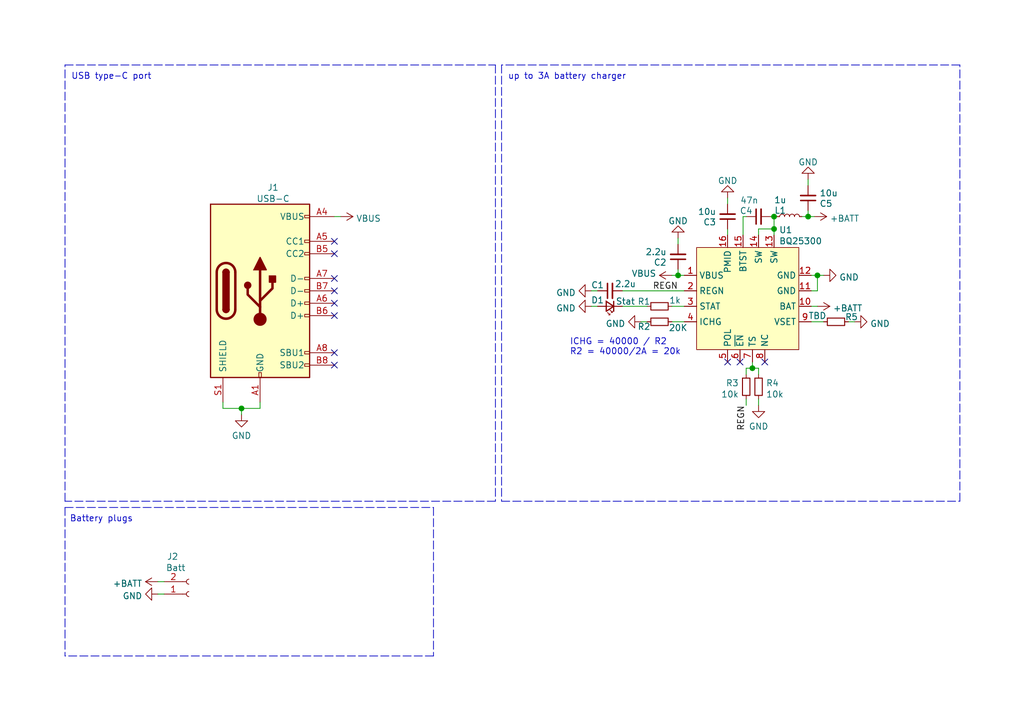
<source format=kicad_sch>
(kicad_sch (version 20210126) (generator eeschema)
  (paper "A5")
  (title_block (title "Battery charger circuit") (date "2021-04-01") (rev "0.1"))
  (lib_symbols
    (symbol "Connector:Conn_01x02_Female" (pin_names (offset 1.016) hide)
      (property "Reference" "J" (at 0 2.54 0))
      (property "Value" "Conn_01x02_Female" (at 0 -5.08 0))
      (symbol "Conn_01x02_Female_1_1"
        (arc (start 0 -2.032) (end 0 -3.048) (radius (at 0 -2.54) (length 0.508) (angles 90.1 -90.1)) (stroke (width 0.1524)))
        (arc (start 0 0.508) (end 0 -0.508) (radius (at 0 0) (length 0.508) (angles 90.1 -90.1)) (stroke (width 0.1524)))
        (polyline (pts (xy -1.27 -2.54) (xy -0.508 -2.54)) (stroke (width 0.1524)))
        (polyline (pts (xy -1.27 0) (xy -0.508 0)) (stroke (width 0.1524)))
        (pin passive line (at -5.08 0 0) (length 3.81) (name "Pin_1") (number "1"))
        (pin passive line (at -5.08 -2.54 0) (length 3.81) (name "Pin_2") (number "2"))
      )
    )
    (symbol "Connector:USB_C_Receptacle_USB2.0" (pin_names (offset 1.016))
      (property "Reference" "J" (at -10.16 19.05 0))
      (property "Value" "USB_C_Receptacle_USB2.0" (at 19.05 19.05 0))
      (symbol "USB_C_Receptacle_USB2.0_0_0"
        (rectangle (start -0.254 -17.78) (end 0.254 -16.764))
        (rectangle (start 10.16 -14.986) (end 9.144 -15.494))
        (rectangle (start 10.16 -12.446) (end 9.144 -12.954))
        (rectangle (start 10.16 -4.826) (end 9.144 -5.334))
        (rectangle (start 10.16 -2.286) (end 9.144 -2.794))
        (rectangle (start 10.16 0.254) (end 9.144 -0.254))
        (rectangle (start 10.16 2.794) (end 9.144 2.286))
        (rectangle (start 10.16 7.874) (end 9.144 7.366))
        (rectangle (start 10.16 10.414) (end 9.144 9.906))
        (rectangle (start 10.16 15.494) (end 9.144 14.986))
      )
      (symbol "USB_C_Receptacle_USB2.0_0_1"
        (arc (start -8.89 -3.81) (end -5.08 -3.81) (radius (at -6.985 -3.81) (length 1.905) (angles -179.9 -0.1)) (stroke (width 0.508)))
        (arc (start -7.62 -3.81) (end -6.35 -3.81) (radius (at -6.985 -3.81) (length 0.635) (angles -179.9 -0.1)) (stroke (width 0.254)))
        (arc (start -6.35 3.81) (end -7.62 3.81) (radius (at -6.985 3.81) (length 0.635) (angles 0.1 179.9)) (stroke (width 0.254)))
        (arc (start -5.08 3.81) (end -8.89 3.81) (radius (at -6.985 3.81) (length 1.905) (angles 0.1 179.9)) (stroke (width 0.508)))
        (arc (start -7.62 -3.81) (end -6.35 -3.81) (radius (at -6.985 -3.81) (length 0.635) (angles -179.9 -0.1)) (stroke (width 0.254)) (fill (type outline)))
        (arc (start -6.35 3.81) (end -7.62 3.81) (radius (at -6.985 3.81) (length 0.635) (angles 0.1 179.9)) (stroke (width 0.254)) (fill (type outline)))
        (circle (center -2.54 1.143) (radius 0.635) (stroke (width 0.254)) (fill (type outline)))
        (circle (center 0 -5.842) (radius 1.27) (fill (type outline)))
        (rectangle (start -7.62 -3.81) (end -6.35 3.81) (stroke (width 0.254)) (fill (type outline)))
        (rectangle (start 1.905 1.778) (end 3.175 3.048) (stroke (width 0.254)) (fill (type outline)))
        (rectangle (start -10.16 17.78) (end 10.16 -17.78) (stroke (width 0.254)) (fill (type background)))
        (polyline (pts (xy -8.89 -3.81) (xy -8.89 3.81)) (stroke (width 0.508)))
        (polyline (pts (xy -5.08 3.81) (xy -5.08 -3.81)) (stroke (width 0.508)))
        (polyline (pts (xy 0 -5.842) (xy 0 4.318)) (stroke (width 0.508)))
        (polyline (pts (xy 0 -3.302) (xy -2.54 -0.762) (xy -2.54 0.508)) (stroke (width 0.508)))
        (polyline (pts (xy 0 -2.032) (xy 2.54 0.508) (xy 2.54 1.778)) (stroke (width 0.508)))
        (polyline (pts (xy -1.27 4.318) (xy 0 6.858) (xy 1.27 4.318) (xy -1.27 4.318)) (stroke (width 0.254)) (fill (type outline)))
      )
      (symbol "USB_C_Receptacle_USB2.0_1_1"
        (pin passive line (at 0 -22.86 90) (length 5.08) (name "GND") (number "A1"))
        (pin passive line (at 0 -22.86 90) (length 5.08) hide (name "GND") (number "A12"))
        (pin passive line (at 15.24 15.24 180) (length 5.08) (name "VBUS") (number "A4"))
        (pin bidirectional line (at 15.24 10.16 180) (length 5.08) (name "CC1") (number "A5"))
        (pin bidirectional line (at 15.24 -2.54 180) (length 5.08) (name "D+") (number "A6"))
        (pin bidirectional line (at 15.24 2.54 180) (length 5.08) (name "D-") (number "A7"))
        (pin bidirectional line (at 15.24 -12.7 180) (length 5.08) (name "SBU1") (number "A8"))
        (pin passive line (at 15.24 15.24 180) (length 5.08) hide (name "VBUS") (number "A9"))
        (pin passive line (at 0 -22.86 90) (length 5.08) hide (name "GND") (number "B1"))
        (pin passive line (at 0 -22.86 90) (length 5.08) hide (name "GND") (number "B12"))
        (pin passive line (at 15.24 15.24 180) (length 5.08) hide (name "VBUS") (number "B4"))
        (pin bidirectional line (at 15.24 7.62 180) (length 5.08) (name "CC2") (number "B5"))
        (pin bidirectional line (at 15.24 -5.08 180) (length 5.08) (name "D+") (number "B6"))
        (pin bidirectional line (at 15.24 0 180) (length 5.08) (name "D-") (number "B7"))
        (pin bidirectional line (at 15.24 -15.24 180) (length 5.08) (name "SBU2") (number "B8"))
        (pin passive line (at 15.24 15.24 180) (length 5.08) hide (name "VBUS") (number "B9"))
        (pin passive line (at -7.62 -22.86 90) (length 5.08) (name "SHIELD") (number "S1"))
      )
    )
    (symbol "Custom:BQ25300"
      (property "Reference" "U" (at 6.985 18.415 0))
      (property "Value" "BQ25300" (at 10.795 16.51 0))
      (symbol "BQ25300_0_1"
        (rectangle (start -10.795 15.24) (end 10.16 -5.715) (stroke (width 0.1524)) (fill (type background)))
      )
      (symbol "BQ25300_1_1"
        (pin power_in line (at -13.335 9.525 0) (length 2.54) (name "VBUS") (number "1"))
        (pin input line (at 12.7 3.175 180) (length 2.54) (name "BAT") (number "10"))
        (pin power_out line (at 12.7 6.35 180) (length 2.54) (name "GND") (number "11"))
        (pin power_out line (at 12.7 9.525 180) (length 2.54) (name "GND") (number "12"))
        (pin power_out line (at 5.08 17.78 270) (length 2.54) (name "SW") (number "13"))
        (pin power_out line (at 1.905 17.78 270) (length 2.54) (name "SW") (number "14"))
        (pin input line (at -1.27 17.78 270) (length 2.54) (name "BTST") (number "15"))
        (pin input line (at -4.445 17.78 270) (length 2.54) (name "PMID") (number "16"))
        (pin power_out line (at 12.7 6.35 180) (length 2.54) hide (name "Thermal_Pad") (number "17"))
        (pin input line (at -13.335 6.35 0) (length 2.54) (name "REGN") (number "2"))
        (pin input line (at -13.335 3.175 0) (length 2.54) (name "STAT") (number "3"))
        (pin input line (at -13.335 0 0) (length 2.54) (name "ICHG") (number "4"))
        (pin input line (at -4.445 -8.255 90) (length 2.54) (name "POL") (number "5"))
        (pin input line (at -1.905 -8.255 90) (length 2.54) (name "~EN") (number "6"))
        (pin input line (at 0.635 -8.255 90) (length 2.54) (name "TS") (number "7"))
        (pin input line (at 3.175 -8.255 90) (length 2.54) (name "NC") (number "8"))
        (pin input line (at 12.7 0 180) (length 2.54) (name "VSET") (number "9"))
      )
    )
    (symbol "Device:C_Small" (pin_numbers hide) (pin_names (offset 0.254) hide)
      (property "Reference" "C" (at 0.254 1.778 0))
      (property "Value" "C_Small" (at 0.254 -2.032 0))
      (symbol "C_Small_0_1"
        (polyline (pts (xy -1.524 -0.508) (xy 1.524 -0.508)) (stroke (width 0.3302)))
        (polyline (pts (xy -1.524 0.508) (xy 1.524 0.508)) (stroke (width 0.3048)))
      )
      (symbol "C_Small_1_1"
        (pin passive line (at 0 2.54 270) (length 2.032) (name "~") (number "1"))
        (pin passive line (at 0 -2.54 90) (length 2.032) (name "~") (number "2"))
      )
    )
    (symbol "Device:LED_Small" (pin_numbers hide) (pin_names (offset 0.254) hide)
      (property "Reference" "D" (at -1.27 3.175 0))
      (property "Value" "LED_Small" (at -4.445 -2.54 0))
      (symbol "LED_Small_0_1"
        (polyline (pts (xy -0.762 -1.016) (xy -0.762 1.016)) (stroke (width 0.254)))
        (polyline (pts (xy 1.016 0) (xy -0.762 0)))
        (polyline (pts (xy 0.762 -1.016) (xy -0.762 0) (xy 0.762 1.016) (xy 0.762 -1.016)) (stroke (width 0.254)))
        (polyline (pts (xy 0 0.762) (xy -0.508 1.27) (xy -0.254 1.27) (xy -0.508 1.27) (xy -0.508 1.016)))
        (polyline (pts (xy 0.508 1.27) (xy 0 1.778) (xy 0.254 1.778) (xy 0 1.778) (xy 0 1.524)))
      )
      (symbol "LED_Small_1_1"
        (pin passive line (at -2.54 0 0) (length 1.778) (name "K") (number "1"))
        (pin passive line (at 2.54 0 180) (length 1.778) (name "A") (number "2"))
      )
    )
    (symbol "Device:L_Small" (pin_numbers hide) (pin_names (offset 0.254) hide)
      (property "Reference" "L" (at 0.762 1.016 0))
      (property "Value" "L_Small" (at 0.762 -1.016 0))
      (symbol "L_Small_0_1"
        (arc (start 0 -2.032) (end 0 -1.016) (radius (at 0 -1.524) (length 0.508) (angles -89.9 89.9)))
        (arc (start 0 -1.016) (end 0 0) (radius (at 0 -0.508) (length 0.508) (angles -89.9 89.9)))
        (arc (start 0 0) (end 0 1.016) (radius (at 0 0.508) (length 0.508) (angles -89.9 89.9)))
        (arc (start 0 1.016) (end 0 2.032) (radius (at 0 1.524) (length 0.508) (angles -89.9 89.9)))
      )
      (symbol "L_Small_1_1"
        (pin passive line (at 0 2.54 270) (length 0.508) (name "~") (number "1"))
        (pin passive line (at 0 -2.54 90) (length 0.508) (name "~") (number "2"))
      )
    )
    (symbol "Device:R_Small" (pin_numbers hide) (pin_names (offset 0.254) hide)
      (property "Reference" "R" (at 0.762 0.508 0))
      (property "Value" "R_Small" (at 0.762 -1.016 0))
      (symbol "R_Small_0_1"
        (rectangle (start -0.762 1.778) (end 0.762 -1.778) (stroke (width 0.2032)))
      )
      (symbol "R_Small_1_1"
        (pin passive line (at 0 2.54 270) (length 0.762) (name "~") (number "1"))
        (pin passive line (at 0 -2.54 90) (length 0.762) (name "~") (number "2"))
      )
    )
    (symbol "power:+BATT" (power) (pin_names (offset 0))
      (property "Value" "+BATT" (at 0 3.556 0))
      (symbol "+BATT_0_1"
        (polyline (pts (xy -0.762 1.27) (xy 0 2.54)))
        (polyline (pts (xy 0 0) (xy 0 2.54)))
        (polyline (pts (xy 0 2.54) (xy 0.762 1.27)))
      )
      (symbol "+BATT_1_1"
        (pin power_in line (at 0 0 90) (length 0) hide (name "+BATT") (number "1"))
      )
    )
    (symbol "power:GND" (power) (pin_names (offset 0))
      (property "Value" "GND" (at 0 -3.81 0))
      (symbol "GND_0_1"
        (polyline (pts (xy 0 0) (xy 0 -1.27) (xy 1.27 -1.27) (xy 0 -2.54) (xy -1.27 -1.27) (xy 0 -1.27)))
      )
      (symbol "GND_1_1"
        (pin power_in line (at 0 0 270) (length 0) hide (name "GND") (number "1"))
      )
    )
    (symbol "power:VBUS" (power) (pin_names (offset 0))
      (property "Value" "VBUS" (at 0 3.81 0))
      (symbol "VBUS_0_1"
        (polyline (pts (xy -0.762 1.27) (xy 0 2.54)))
        (polyline (pts (xy 0 0) (xy 0 2.54)))
        (polyline (pts (xy 0 2.54) (xy 0.762 1.27)))
      )
      (symbol "VBUS_1_1"
        (pin power_in line (at 0 0 90) (length 0) hide (name "VBUS") (number "1"))
      )
    )
  )
  (junction (at 49.53 83.82) (diameter 1.016))
  (junction (at 139.065 56.515) (diameter 1.016))
  (junction (at 154.305 75.565) (diameter 1.016))
  (junction (at 158.75 44.45) (diameter 1.016))
  (junction (at 158.75 46.99) (diameter 1.016))
  (junction (at 165.735 44.45) (diameter 1.016))
  (junction (at 167.64 56.515) (diameter 1.016))
  (no_connect (at 68.58 49.53))
  (no_connect (at 68.58 52.07))
  (no_connect (at 68.58 57.15))
  (no_connect (at 68.58 59.69))
  (no_connect (at 68.58 62.23))
  (no_connect (at 68.58 64.77))
  (no_connect (at 68.58 72.39))
  (no_connect (at 68.58 74.93))
  (no_connect (at 149.225 74.295))
  (no_connect (at 151.765 74.295))
  (no_connect (at 156.845 74.295))
  (wire (pts (xy 32.385 119.38) (xy 33.655 119.38)))
  (wire (pts (xy 32.385 121.92) (xy 33.655 121.92)))
  (wire (pts (xy 45.72 82.55) (xy 45.72 83.82)))
  (wire (pts (xy 45.72 83.82) (xy 49.53 83.82)))
  (wire (pts (xy 49.53 83.82) (xy 49.53 85.09)))
  (wire (pts (xy 49.53 83.82) (xy 53.34 83.82)))
  (wire (pts (xy 53.34 83.82) (xy 53.34 82.55)))
  (wire (pts (xy 68.58 44.45) (xy 69.85 44.45)))
  (wire (pts (xy 121.285 59.69) (xy 122.555 59.69)))
  (wire (pts (xy 121.285 62.865) (xy 122.555 62.865)))
  (wire (pts (xy 127.635 59.69) (xy 140.335 59.69)))
  (wire (pts (xy 127.635 62.865) (xy 132.715 62.865)))
  (wire (pts (xy 131.445 66.04) (xy 132.715 66.04)))
  (wire (pts (xy 137.795 56.515) (xy 139.065 56.515)))
  (wire (pts (xy 137.795 62.865) (xy 140.335 62.865)))
  (wire (pts (xy 137.795 66.04) (xy 140.335 66.04)))
  (wire (pts (xy 139.065 48.895) (xy 139.065 50.165)))
  (wire (pts (xy 139.065 55.245) (xy 139.065 56.515)))
  (wire (pts (xy 139.065 56.515) (xy 140.335 56.515)))
  (wire (pts (xy 149.225 40.64) (xy 149.225 41.91)))
  (wire (pts (xy 149.225 46.99) (xy 149.225 48.26)))
  (wire (pts (xy 152.4 44.45) (xy 153.035 44.45)))
  (wire (pts (xy 152.4 48.26) (xy 152.4 44.45)))
  (wire (pts (xy 153.035 75.565) (xy 154.305 75.565)))
  (wire (pts (xy 153.035 76.835) (xy 153.035 75.565)))
  (wire (pts (xy 153.035 81.915) (xy 153.035 83.185)))
  (wire (pts (xy 154.305 75.565) (xy 154.305 74.295)))
  (wire (pts (xy 154.305 75.565) (xy 155.575 75.565)))
  (wire (pts (xy 155.575 46.99) (xy 155.575 48.26)))
  (wire (pts (xy 155.575 75.565) (xy 155.575 76.835)))
  (wire (pts (xy 155.575 81.915) (xy 155.575 83.185)))
  (wire (pts (xy 158.115 44.45) (xy 158.75 44.45)))
  (wire (pts (xy 158.75 44.45) (xy 158.75 46.99)))
  (wire (pts (xy 158.75 44.45) (xy 159.385 44.45)))
  (wire (pts (xy 158.75 46.99) (xy 155.575 46.99)))
  (wire (pts (xy 158.75 48.26) (xy 158.75 46.99)))
  (wire (pts (xy 164.465 44.45) (xy 165.735 44.45)))
  (wire (pts (xy 165.735 36.83) (xy 165.735 38.1)))
  (wire (pts (xy 165.735 44.45) (xy 165.735 43.18)))
  (wire (pts (xy 165.735 44.45) (xy 167.005 44.45)))
  (wire (pts (xy 166.37 56.515) (xy 167.64 56.515)))
  (wire (pts (xy 166.37 59.69) (xy 167.64 59.69)))
  (wire (pts (xy 166.37 62.865) (xy 167.64 62.865)))
  (wire (pts (xy 166.37 66.04) (xy 168.91 66.04)))
  (wire (pts (xy 167.64 56.515) (xy 168.91 56.515)))
  (wire (pts (xy 167.64 59.69) (xy 167.64 56.515)))
  (wire (pts (xy 173.99 66.04) (xy 175.26 66.04)))
  (polyline (pts (xy 13.335 13.335) (xy 101.6 13.335)) (stroke (width 0) (type dash)))
  (polyline (pts (xy 13.335 102.87) (xy 13.335 13.335)) (stroke (width 0) (type dash)))
  (polyline (pts (xy 13.335 104.14) (xy 13.335 134.62)) (stroke (width 0) (type dash)))
  (polyline (pts (xy 13.335 104.14) (xy 88.9 104.14)) (stroke (width 0) (type dash)))
  (polyline (pts (xy 88.9 104.14) (xy 88.9 134.62)) (stroke (width 0) (type dash)))
  (polyline (pts (xy 88.9 134.62) (xy 13.335 134.62)) (stroke (width 0) (type dash)))
  (polyline (pts (xy 101.6 13.335) (xy 101.6 102.87)) (stroke (width 0) (type dash)))
  (polyline (pts (xy 101.6 102.87) (xy 13.335 102.87)) (stroke (width 0) (type dash)))
  (polyline (pts (xy 102.87 13.335) (xy 102.87 102.87)) (stroke (width 0) (type dash)))
  (polyline (pts (xy 102.87 102.87) (xy 196.85 102.87)) (stroke (width 0) (type dash)))
  (polyline (pts (xy 196.85 13.335) (xy 102.87 13.335)) (stroke (width 0) (type dash)))
  (polyline (pts (xy 196.85 102.87) (xy 196.85 13.335)) (stroke (width 0) (type dash)))
  (text "Battery plugs" (at 27.305 107.315 180) (effects (font (size 1.27 1.27)) (justify right bottom)))
  (text "USB type-C port" (at 31.115 16.51 180) (effects (font (size 1.27 1.27)) (justify right bottom)))
  (text "up to 3A battery charger" (at 104.14 16.51 0) (effects (font (size 1.27 1.27)) (justify left bottom)))
  (text "ICHG = 40000 / R2 \nR2 = 40000/2A = 20k" (at 116.84 73.025 0) (effects (font (size 1.27 1.27)) (justify left bottom)))
  (label "REGN" (at 139.065 59.69 180))
  (label "REGN" (at 153.035 83.185 270))
  (symbol (lib_id "power:+BATT") (at 32.385 119.38 90) (unit 1)
    (property "Reference" "#PWR0123" (effects hide))
    (property "Value" "+BATT" (at 29.2099 119.7685 90) (effects (justify left)))
  )
  (symbol (lib_id "power:VBUS") (at 69.85 44.45 270) (unit 1)
    (property "Reference" "#PWR0105" (effects hide))
    (property "Value" "VBUS" (at 73.0251 44.8385 90) (effects (justify left)))
  )
  (symbol (lib_id "power:VBUS") (at 137.795 56.515 90) (mirror x) (unit 1)
    (property "Reference" "#PWR0109" (effects hide))
    (property "Value" "VBUS" (at 134.6199 56.1265 90) (effects (justify left)))
  )
  (symbol (lib_id "power:+BATT") (at 167.005 44.45 270) (unit 1)
    (property "Reference" "#PWR0122" (effects hide))
    (property "Value" "+BATT" (at 170.1801 44.8385 90) (effects (justify left)))
  )
  (symbol (lib_id "power:+BATT") (at 167.64 62.865 270) (unit 1)
    (property "Reference" "#PWR0121" (effects hide))
    (property "Value" "+BATT" (at 170.8151 63.2535 90) (effects (justify left)))
  )
  (symbol (lib_id "Device:L_Small") (at 161.925 44.45 90) (unit 1)
    (property "Reference" "L1" (at 160.02 43.1758 90))
    (property "Value" "1u" (at 160.02 41.0295 90))
    (property "Footprint" "Inductor_SMD:L_Abracon_ASPI-0630LR" (effects hide))
    (property "LCSC Part" "C112125" (effects hide))
  )
  (symbol (lib_id "power:GND") (at 32.385 121.92 270) (unit 1)
    (property "Reference" "#PWR0103" (effects hide))
    (property "Value" "GND" (at 29.21 122.3085 90) (effects (justify right)))
  )
  (symbol (lib_id "power:GND") (at 49.53 85.09 0) (unit 1)
    (property "Reference" "#PWR0104" (effects hide))
    (property "Value" "GND" (at 49.53 89.4144 0))
  )
  (symbol (lib_id "power:GND") (at 121.285 59.69 270) (unit 1)
    (property "Reference" "#PWR0107" (effects hide))
    (property "Value" "GND" (at 118.11 60.0785 90) (effects (justify right)))
  )
  (symbol (lib_id "power:GND") (at 121.285 62.865 270) (unit 1)
    (property "Reference" "#PWR0106" (effects hide))
    (property "Value" "GND" (at 118.11 63.2535 90) (effects (justify right)))
  )
  (symbol (lib_id "power:GND") (at 131.445 66.04 270) (unit 1)
    (property "Reference" "#PWR0108" (effects hide))
    (property "Value" "GND" (at 128.27 66.4285 90) (effects (justify right)))
  )
  (symbol (lib_id "power:GND") (at 139.065 48.895 180) (unit 1)
    (property "Reference" "#PWR0110" (effects hide))
    (property "Value" "GND" (at 139.065 45.3476 0))
  )
  (symbol (lib_id "power:GND") (at 149.225 40.64 180) (unit 1)
    (property "Reference" "#PWR0111" (effects hide))
    (property "Value" "GND" (at 149.225 37.0926 0))
  )
  (symbol (lib_id "power:GND") (at 155.575 83.185 0) (unit 1)
    (property "Reference" "#PWR0101" (effects hide))
    (property "Value" "GND" (at 155.575 87.5094 0))
  )
  (symbol (lib_id "power:GND") (at 165.735 36.83 180) (unit 1)
    (property "Reference" "#PWR0113" (effects hide))
    (property "Value" "GND" (at 165.735 33.2826 0))
  )
  (symbol (lib_id "power:GND") (at 168.91 56.515 90) (unit 1)
    (property "Reference" "#PWR0112" (effects hide))
    (property "Value" "GND" (at 172.0851 56.9035 90) (effects (justify right)))
  )
  (symbol (lib_id "power:GND") (at 175.26 66.04 90) (unit 1)
    (property "Reference" "#PWR0102" (effects hide))
    (property "Value" "GND" (at 178.4351 66.4285 90) (effects (justify right)))
  )
  (symbol (lib_id "Device:R_Small") (at 135.255 62.865 90) (unit 1)
    (property "Reference" "R1" (at 132.08 61.8702 90))
    (property "Value" "1k" (at 138.43 61.6289 90))
    (property "Footprint" "Resistor_SMD:R_0603_1608Metric" (effects hide))
    (property "LCSC Part" "C21190" (effects hide))
  )
  (symbol (lib_id "Device:R_Small") (at 135.255 66.04 90) (mirror x) (unit 1)
    (property "Reference" "R2" (at 132.08 67.0348 90))
    (property "Value" "20K" (at 139.065 67.2761 90))
    (property "Footprint" "Resistor_SMD:R_0603_1608Metric" (effects hide))
    (property "LCSC Part" "C4184" (effects hide))
  )
  (symbol (lib_id "Device:R_Small") (at 153.035 79.375 0) (mirror x) (unit 1)
    (property "Reference" "R3" (at 151.5364 78.6141 0) (effects (justify right)))
    (property "Value" "10k" (at 151.5364 80.9128 0) (effects (justify right)))
    (property "Footprint" "Resistor_SMD:R_0603_1608Metric" (effects hide))
    (property "LCSC Part" "C25804" (effects hide))
  )
  (symbol (lib_id "Device:R_Small") (at 155.575 79.375 0) (unit 1)
    (property "Reference" "R4" (at 157.0737 78.6141 0) (effects (justify left)))
    (property "Value" "10k" (at 157.0737 80.9128 0) (effects (justify left)))
    (property "Footprint" "Resistor_SMD:R_0603_1608Metric" (effects hide))
    (property "LCSC Part" "C25804" (effects hide))
  )
  (symbol (lib_id "Device:R_Small") (at 171.45 66.04 90) (unit 1)
    (property "Reference" "R5" (at 174.625 65.0452 90))
    (property "Value" "TBD" (at 167.64 64.8039 90))
    (property "Footprint" "Resistor_SMD:R_0603_1608Metric" (effects hide))
  )
  (symbol (lib_id "Device:LED_Small") (at 125.095 62.865 180) (unit 1)
    (property "Reference" "D1" (at 122.555 61.5992 0))
    (property "Value" "Stat" (at 128.27 61.8405 0))
    (property "Footprint" "LED_SMD:LED_0603_1608Metric" (effects hide))
    (property "LCSC Part" " C268294" (effects hide))
  )
  (symbol (lib_id "Device:C_Small") (at 125.095 59.69 90) (unit 1)
    (property "Reference" "C1" (at 122.555 58.5047 90))
    (property "Value" "2.2u" (at 128.27 58.2634 90))
    (property "Footprint" "Capacitor_SMD:C_0603_1608Metric" (effects hide))
    (property "LCSC Part" "C23630" (effects hide))
  )
  (symbol (lib_id "Device:C_Small") (at 139.065 52.705 0) (mirror x) (unit 1)
    (property "Reference" "C2" (at 136.7409 53.8491 0) (effects (justify right)))
    (property "Value" "2.2u" (at 136.7409 51.7028 0) (effects (justify right)))
    (property "Footprint" "Capacitor_SMD:C_0603_1608Metric" (effects hide))
    (property "LCSC Part" "C23630" (effects hide))
  )
  (symbol (lib_id "Device:C_Small") (at 149.225 44.45 0) (mirror x) (unit 1)
    (property "Reference" "C3" (at 146.9008 45.5941 0) (effects (justify right)))
    (property "Value" "10u" (at 146.9008 43.4478 0) (effects (justify right)))
    (property "Footprint" "Capacitor_SMD:C_0805_2012Metric" (effects hide))
    (property "LCSC Part" "C1713" (effects hide))
  )
  (symbol (lib_id "Device:C_Small") (at 155.575 44.45 90) (unit 1)
    (property "Reference" "C4" (at 153.035 43.2647 90))
    (property "Value" "47n" (at 153.67 41.1184 90))
    (property "Footprint" "Capacitor_SMD:C_0603_1608Metric" (effects hide))
    (property "LCSC Part" "C23630" (effects hide))
  )
  (symbol (lib_id "Device:C_Small") (at 165.735 40.64 180) (unit 1)
    (property "Reference" "C5" (at 168.0591 41.7841 0) (effects (justify right)))
    (property "Value" "10u" (at 168.0591 39.6378 0) (effects (justify right)))
    (property "Footprint" "Capacitor_SMD:C_0805_2012Metric" (effects hide))
    (property "LCSC Part" "C1713" (effects hide))
  )
  (symbol (lib_id "Connector:Conn_01x02_Female") (at 38.735 121.92 0) (mirror x) (unit 1)
    (property "Reference" "J2" (at 35.4076 114.2196 0))
    (property "Value" "Batt" (at 36.0426 116.5183 0))
    (property "Footprint" "Connector_JST:JST_PH_S2B-PH-K_1x02_P2.00mm_Horizontal" (effects hide))
    (property "LCSC Part" "C173752" (effects hide))
  )
  (symbol (lib_id "Custom:BQ25300") (at 153.67 66.04 0) (unit 1)
    (property "Reference" "U1" (at 159.7661 47.1816 0) (effects (justify left)))
    (property "Value" "BQ25300" (at 159.7661 49.4803 0) (effects (justify left)))
    (property "Footprint" "Package_DFN_QFN:WQFN-16-1EP_3x3mm_P0.5mm_EP1.6x1.6mm" (effects hide))
  )
  (symbol (lib_id "Connector:USB_C_Receptacle_USB2.0") (at 53.34 59.69 0) (unit 1)
    (property "Reference" "J1" (at 56.007 38.4768 0))
    (property "Value" "USB-C" (at 56.007 40.7755 0))
    (property "Footprint" "Connector_USB:USB_C_Receptacle_HRO_TYPE-C-31-M-12" (effects hide))
    (property "Datasheet" "https://www.usb.org/sites/default/files/documents/usb_type-c.zip" (effects hide))
    (property "LCSC Part" " C165948" (effects hide))
  )
)
</source>
